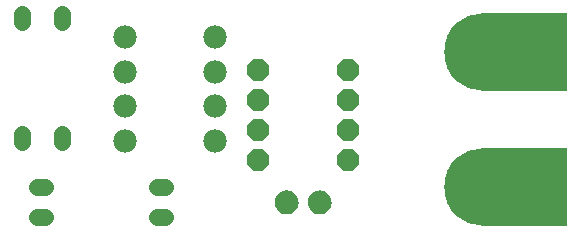
<source format=gbr>
G04 EAGLE Gerber RS-274X export*
G75*
%MOMM*%
%FSLAX34Y34*%
%LPD*%
%INSoldermask Bottom*%
%IPPOS*%
%AMOC8*
5,1,8,0,0,1.08239X$1,22.5*%
G01*
%ADD10P,1.979475X8X292.500000*%
%ADD11C,1.422400*%
%ADD12C,1.981200*%
%ADD13C,6.553200*%
%ADD14R,7.239000X6.604000*%

G36*
X356860Y34347D02*
X356860Y34347D01*
X356925Y34343D01*
X358756Y34503D01*
X358802Y34516D01*
X358878Y34526D01*
X360642Y35040D01*
X360686Y35061D01*
X360758Y35086D01*
X362388Y35935D01*
X362426Y35964D01*
X362492Y36003D01*
X363925Y37153D01*
X363957Y37189D01*
X364014Y37240D01*
X365195Y38648D01*
X365219Y38689D01*
X365265Y38750D01*
X365810Y39743D01*
X366149Y40362D01*
X366164Y40407D01*
X366198Y40476D01*
X366750Y42229D01*
X366756Y42276D01*
X366776Y42350D01*
X366976Y44177D01*
X366972Y44223D01*
X366978Y44292D01*
X366855Y45968D01*
X366844Y46011D01*
X366838Y46077D01*
X366427Y47707D01*
X366408Y47747D01*
X366390Y47811D01*
X365702Y49344D01*
X365677Y49381D01*
X365648Y49441D01*
X364704Y50831D01*
X364673Y50863D01*
X364635Y50917D01*
X363464Y52123D01*
X363428Y52149D01*
X363380Y52195D01*
X362018Y53179D01*
X361977Y53198D01*
X361923Y53235D01*
X360410Y53968D01*
X360367Y53980D01*
X360307Y54007D01*
X358690Y54465D01*
X358645Y54470D01*
X358581Y54486D01*
X356909Y54657D01*
X356861Y54653D01*
X356782Y54657D01*
X355110Y54491D01*
X355067Y54479D01*
X355002Y54470D01*
X353384Y54016D01*
X353343Y53997D01*
X353280Y53977D01*
X351766Y53249D01*
X351730Y53223D01*
X351671Y53193D01*
X350306Y52212D01*
X350275Y52180D01*
X350222Y52140D01*
X349048Y50938D01*
X349023Y50901D01*
X348978Y50853D01*
X348031Y49465D01*
X348013Y49424D01*
X347977Y49368D01*
X347285Y47837D01*
X347274Y47794D01*
X347248Y47733D01*
X346833Y46104D01*
X346830Y46060D01*
X346815Y45995D01*
X346689Y44320D01*
X346693Y44273D01*
X346691Y44201D01*
X346896Y42366D01*
X346910Y42319D01*
X346922Y42244D01*
X347482Y40483D01*
X347505Y40441D01*
X347531Y40369D01*
X348424Y38752D01*
X348454Y38714D01*
X348494Y38649D01*
X349685Y37237D01*
X349722Y37206D01*
X349774Y37150D01*
X351218Y35997D01*
X351260Y35975D01*
X351322Y35930D01*
X352963Y35081D01*
X353009Y35067D01*
X353078Y35035D01*
X354853Y34522D01*
X354901Y34517D01*
X354976Y34500D01*
X356816Y34343D01*
X356860Y34347D01*
G37*
G36*
X328869Y34347D02*
X328869Y34347D01*
X328934Y34343D01*
X330765Y34503D01*
X330811Y34516D01*
X330887Y34526D01*
X332651Y35040D01*
X332695Y35061D01*
X332767Y35086D01*
X334397Y35935D01*
X334435Y35964D01*
X334501Y36003D01*
X335934Y37153D01*
X335966Y37189D01*
X336023Y37240D01*
X337204Y38648D01*
X337228Y38689D01*
X337274Y38750D01*
X337819Y39743D01*
X338158Y40362D01*
X338173Y40407D01*
X338207Y40476D01*
X338759Y42229D01*
X338765Y42276D01*
X338785Y42350D01*
X338985Y44177D01*
X338981Y44223D01*
X338987Y44292D01*
X338864Y45968D01*
X338853Y46011D01*
X338847Y46077D01*
X338436Y47707D01*
X338417Y47747D01*
X338399Y47811D01*
X337711Y49344D01*
X337686Y49381D01*
X337657Y49441D01*
X336713Y50831D01*
X336682Y50863D01*
X336644Y50917D01*
X335473Y52123D01*
X335437Y52149D01*
X335389Y52195D01*
X334027Y53179D01*
X333986Y53198D01*
X333932Y53235D01*
X332419Y53968D01*
X332376Y53980D01*
X332316Y54007D01*
X330699Y54465D01*
X330654Y54470D01*
X330590Y54486D01*
X328918Y54657D01*
X328870Y54653D01*
X328791Y54657D01*
X327119Y54491D01*
X327076Y54479D01*
X327011Y54470D01*
X325393Y54016D01*
X325352Y53997D01*
X325289Y53977D01*
X323775Y53249D01*
X323739Y53223D01*
X323680Y53193D01*
X322315Y52212D01*
X322284Y52180D01*
X322231Y52140D01*
X321057Y50938D01*
X321032Y50901D01*
X320987Y50853D01*
X320040Y49465D01*
X320022Y49424D01*
X319986Y49368D01*
X319294Y47837D01*
X319283Y47794D01*
X319257Y47733D01*
X318842Y46104D01*
X318839Y46060D01*
X318824Y45995D01*
X318698Y44320D01*
X318702Y44273D01*
X318700Y44201D01*
X318905Y42366D01*
X318919Y42319D01*
X318931Y42244D01*
X319491Y40483D01*
X319514Y40441D01*
X319540Y40369D01*
X320433Y38752D01*
X320463Y38714D01*
X320503Y38649D01*
X321694Y37237D01*
X321731Y37206D01*
X321783Y37150D01*
X323227Y35997D01*
X323269Y35975D01*
X323331Y35930D01*
X324972Y35081D01*
X325018Y35067D01*
X325087Y35035D01*
X326862Y34522D01*
X326910Y34517D01*
X326985Y34500D01*
X328825Y34343D01*
X328869Y34347D01*
G37*
D10*
X380580Y156390D03*
X380580Y130990D03*
X380580Y105590D03*
X380580Y80190D03*
X304380Y80190D03*
X304380Y105590D03*
X304380Y130990D03*
X304380Y156390D03*
D11*
X138530Y102542D02*
X138530Y95938D01*
X138530Y197538D02*
X138530Y204142D01*
X105080Y102542D02*
X105080Y95938D01*
X105080Y197538D02*
X105080Y204142D01*
D12*
X191770Y155160D03*
X267970Y155160D03*
X191770Y184510D03*
X267970Y184510D03*
X191770Y96880D03*
X267970Y96880D03*
X191770Y126090D03*
X267970Y126090D03*
D13*
X495300Y171450D03*
D14*
X530225Y171450D03*
D13*
X495300Y57150D03*
D14*
X530225Y57150D03*
D11*
X225552Y57150D02*
X218948Y57150D01*
X123952Y57150D02*
X117348Y57150D01*
X218948Y31750D02*
X225552Y31750D01*
X123952Y31750D02*
X117348Y31750D01*
M02*

</source>
